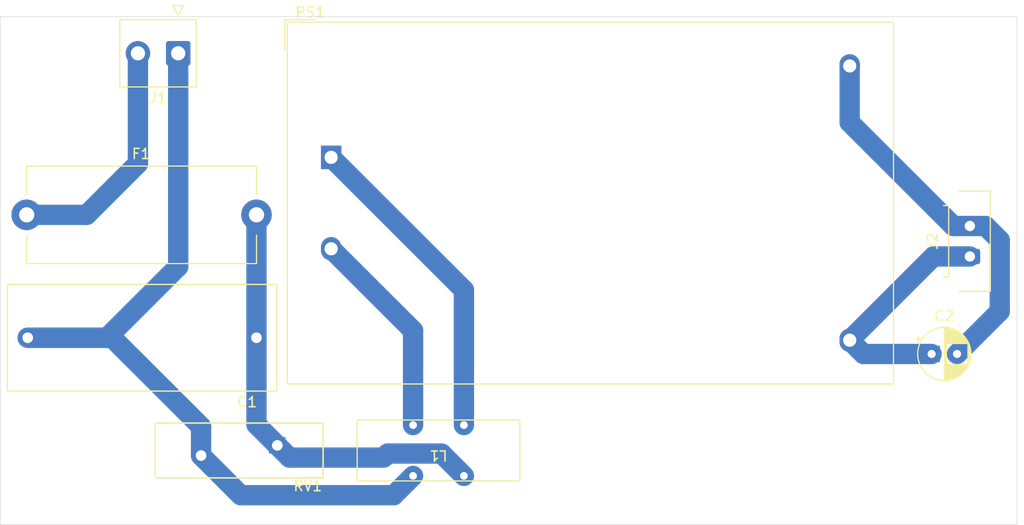
<source format=kicad_pcb>
(kicad_pcb (version 20240108) (generator "pcbnew") (generator_version "8.0")
  (layers (0 "F.Cu" signal) (31 "B.Cu" signal) (34 "B.Paste" user) (35 "F.Paste" user) (36 "B.SilkS" user "B.Silkscreen") (37 "F.SilkS" user "F.Silkscreen") (38 "B.Mask" user) (39 "F.Mask" user) (44 "Edge.Cuts" user))
  (net 0 "")
  (net 1 "Net-(C1-Pad1)")
  (net 2 "Net-(J1-Pin_1)")
  (net 3 "Net-(J1-Pin_2)")
  (net 4 "Net-(J2-Pin_2)")
  (net 5 "Net-(J2-Pin_1)")
  (net 6 "Net-(PS1-AC{slash}L)")
  (net 7 "Net-(PS1-AC{slash}N)")
  (footprint "Fuse:Fuseholder_Cylinder-5x20mm_Stelvio-Kontek_PTF78_Horizontal_Open" (layer "F.Cu") (at 92.05 72.5)
    (property "Reference" "F1" (at 11.25 -6 360) (layer "F.SilkS"))
    (property "Value" "2A/250V")
    (fp_line (start 0 -4.8) (end 22.6 -4.8) (stroke (width 0.12)) (layer "F.SilkS"))
    (fp_line (start 0 -2) (end 0 -4.8) (stroke (width 0.12)) (layer "F.SilkS"))
    (fp_line (start 0 4.8) (end 0 2) (stroke (width 0.12)) (layer "F.SilkS"))
    (fp_line (start 0 4.8) (end 22.6 4.8) (stroke (width 0.12)) (layer "F.SilkS"))
    (fp_line (start 22.6 -2) (end 22.6 -4.8) (stroke (width 0.12)) (layer "F.SilkS"))
    (fp_line (start 22.6 4.8) (end 22.6 2) (stroke (width 0.12)) (layer "F.SilkS"))
    (pad "1" thru_hole circle (at 0 0) (size 3 3) (drill 1.5) (layers "*.Cu" "*.Mask") (net 3 "Net-(J1-Pin_2)"))
    (pad "2" thru_hole circle (at 22.6 0) (size 3 3) (drill 1.5) (layers "*.Cu" "*.Mask") (net 1 "Net-(C1-Pad1)"))
  )
  (footprint "Connector_TE-Connectivity:TE_826576-2_1x02_P3.96mm_Vertical" (layer "F.Cu") (at 106.95 56.6 180)
    (property "Reference" "J1" (at 1.98 -4.4 360) (layer "F.SilkS"))
    (property "Value" "Input")
    (fp_line (start 5.74 3.31) (end 1.98 3.31) (stroke (width 0.12)) (layer "F.SilkS"))
    (fp_line (start 5.74 -3.31) (end 5.74 3.31) (stroke (width 0.12)) (layer "F.SilkS"))
    (fp_line (start 1.98 -3.31) (end 5.74 -3.31) (stroke (width 0.12)) (layer "F.SilkS"))
    (fp_line (start 1.98 -3.31) (end -1.78 -3.31) (stroke (width 0.12)) (layer "F.SilkS"))
    (fp_line (start 0.5 4.7) (end -0.5 4.7) (stroke (width 0.12)) (layer "F.SilkS"))
    (fp_line (start 0 3.7) (end 0.5 4.7) (stroke (width 0.12)) (layer "F.SilkS"))
    (fp_line (start -0.5 4.7) (end 0 3.7) (stroke (width 0.12)) (layer "F.SilkS"))
    (fp_line (start -1.78 3.31) (end 1.98 3.31) (stroke (width 0.12)) (layer "F.SilkS"))
    (fp_line (start -1.78 -3.31) (end -1.78 3.31) (stroke (width 0.12)) (layer "F.SilkS"))
    (pad "1" thru_hole roundrect (at 0 0 180) (size 2.4 2.4) (drill 1.4) (layers "*.Cu" "*.Mask") (roundrect_rratio 0.104167) (net 2 "Net-(J1-Pin_1)"))
    (pad "2" thru_hole circle (at 3.96 0 180) (size 2.4 2.4) (drill 1.4) (layers "*.Cu" "*.Mask") (net 3 "Net-(J1-Pin_2)"))
  )
  (footprint "PowerLibrary:IndRing" (layer "F.Cu") (at 132.55 95.7 180)
    (property "Reference" "L1" (at 0 -0.5 180) (layer "F.SilkS"))
    (property "Value" "10mH")
    (fp_rect (start -8 -3) (end 8 3) (stroke (width 0.12)) (fill none) (layer "F.SilkS"))
    (pad "1" thru_hole circle (at 2.5 -2.5 180) (size 1.524 1.524) (drill 0.762) (layers "*.Cu" "*.Mask") (net 2 "Net-(J1-Pin_1)"))
    (pad "2" thru_hole circle (at 2.5 2.5 180) (size 1.524 1.524) (drill 0.762) (layers "*.Cu" "*.Mask") (net 7 "Net-(PS1-AC{slash}N)"))
    (pad "3" thru_hole circle (at -2.5 -2.5 180) (size 1.524 1.524) (drill 0.762) (layers "*.Cu" "*.Mask") (net 1 "Net-(C1-Pad1)"))
    (pad "4" thru_hole circle (at -2.5 2.5 180) (size 1.524 1.524) (drill 0.762) (layers "*.Cu" "*.Mask") (net 6 "Net-(PS1-AC{slash}L)"))
  )
  (footprint "MountingHole:MountingHole_3.2mm_M3" (layer "F.Cu") (at 184.35 95.6)
    (property "Reference" "hole1" (hide yes))
    (property "Value" "MountingHole_3.2mm_M3" (hide yes))
    (pad "" np_thru_hole circle (at 0 0) (size 3.2 3.2) (drill 3.2) (layers "*.Cu" "*.Mask"))
  )
  (footprint "MountingHole:MountingHole_3.2mm_M3" (layer "F.Cu") (at 95.45 61.9)
    (property "Reference" "hole1" (hide yes))
    (property "Value" "MountingHole_3.2mm_M3" (hide yes))
    (pad "" np_thru_hole circle (at 0 0) (size 3.2 3.2) (drill 3.2) (layers "*.Cu" "*.Mask"))
  )
  (footprint "B32023B3104K000:CAPRR2250W80L2650T1050H1650" (layer "F.Cu") (at 103.4 84.6 180)
    (property "Reference" "C1" (at -10.325 -6.335 360) (layer "F.SilkS"))
    (property "Value" "0.22uF 275v")
    (fp_line (start 13.25 -5.25) (end 13.25 5.25) (stroke (width 0.127)) (layer "F.SilkS"))
    (fp_line (start -13.25 5.25) (end 13.25 5.25) (stroke (width 0.127)) (layer "F.SilkS"))
    (fp_line (start -13.25 -5.25) (end 13.25 -5.25) (stroke (width 0.127)) (layer "F.SilkS"))
    (fp_line (start -13.25 -5.25) (end -13.25 5.25) (stroke (width 0.127)) (layer "F.SilkS"))
    (pad "1" thru_hole circle (at -11.25 0 180) (size 1.4 1.4) (drill 1.05) (layers "*.Cu" "*.Mask") (net 1 "Net-(C1-Pad1)"))
    (pad "2" thru_hole circle (at 11.25 0 180) (size 1.4 1.4) (drill 1.05) (layers "*.Cu" "*.Mask") (net 2 "Net-(J1-Pin_1)"))
  )
  (footprint "Capacitor_THT:CP_Radial_D5.0mm_P2.50mm" (layer "F.Cu") (at 181.05 86.2)
    (property "Reference" "C2" (at 1.25 -3.75 0) (layer "F.SilkS"))
    (property "Value" "100uF /6.3V")
    (fp_line (start -1.554775 -1.475) (end -1.054775 -1.475) (stroke (width 0.12)) (layer "F.SilkS"))
    (fp_line (start -1.304775 -1.725) (end -1.304775 -1.225) (stroke (width 0.12)) (layer "F.SilkS"))
    (fp_line (start 1.25 -2.58) (end 1.25 2.58) (stroke (width 0.12)) (layer "F.SilkS"))
    (fp_line (start 1.29 -2.58) (end 1.29 2.58) (stroke (width 0.12)) (layer "F.SilkS"))
    (fp_line (start 1.33 -2.579) (end 1.33 2.579) (stroke (width 0.12)) (layer "F.SilkS"))
    (fp_line (start 1.37 -2.578) (end 1.37 2.578) (stroke (width 0.12)) (layer "F.SilkS"))
    (fp_line (start 1.41 -2.576) (end 1.41 2.576) (stroke (width 0.12)) (layer "F.SilkS"))
    (fp_line (start 1.45 -2.573) (end 1.45 2.573) (stroke (width 0.12)) (layer "F.SilkS"))
    (fp_line (start 1.49 -2.569) (end 1.49 -1.04) (stroke (width 0.12)) (layer "F.SilkS"))
    (fp_line (start 1.49 1.04) (end 1.49 2.569) (stroke (width 0.12)) (layer "F.SilkS"))
    (fp_line (start 1.53 -2.565) (end 1.53 -1.04) (stroke (width 0.12)) (layer "F.SilkS"))
    (fp_line (start 1.53 1.04) (end 1.53 2.565) (stroke (width 0.12)) (layer "F.SilkS"))
    (fp_line (start 1.57 -2.561) (end 1.57 -1.04) (stroke (width 0.12)) (layer "F.SilkS"))
    (fp_line (start 1.57 1.04) (end 1.57 2.561) (stroke (width 0.12)) (layer "F.SilkS"))
    (fp_line (start 1.61 -2.556) (end 1.61 -1.04) (stroke (width 0.12)) (layer "F.SilkS"))
    (fp_line (start 1.61 1.04) (end 1.61 2.556) (stroke (width 0.12)) (layer "F.SilkS"))
    (fp_line (start 1.65 -2.55) (end 1.65 -1.04) (stroke (width 0.12)) (layer "F.SilkS"))
    (fp_line (start 1.65 1.04) (end 1.65 2.55) (stroke (width 0.12)) (layer "F.SilkS"))
    (fp_line (start 1.69 -2.543) (end 1.69 -1.04) (stroke (width 0.12)) (layer "F.SilkS"))
    (fp_line (start 1.69 1.04) (end 1.69 2.543) (stroke (width 0.12)) (layer "F.SilkS"))
    (fp_line (start 1.73 -2.536) (end 1.73 -1.04) (stroke (width 0.12)) (layer "F.SilkS"))
    (fp_line (start 1.73 1.04) (end 1.73 2.536) (stroke (width 0.12)) (layer "F.SilkS"))
    (fp_line (start 1.77 -2.528) (end 1.77 -1.04) (stroke (width 0.12)) (layer "F.SilkS"))
    (fp_line (start 1.77 1.04) (end 1.77 2.528) (stroke (width 0.12)) (layer "F.SilkS"))
    (fp_line (start 1.81 -2.52) (end 1.81 -1.04) (stroke (width 0.12)) (layer "F.SilkS"))
    (fp_line (start 1.81 1.04) (end 1.81 2.52) (stroke (width 0.12)) (layer "F.SilkS"))
    (fp_line (start 1.85 -2.511) (end 1.85 -1.04) (stroke (width 0.12)) (layer "F.SilkS"))
    (fp_line (start 1.85 1.04) (end 1.85 2.511) (stroke (width 0.12)) (layer "F.SilkS"))
    (fp_line (start 1.89 -2.501) (end 1.89 -1.04) (stroke (width 0.12)) (layer "F.SilkS"))
    (fp_line (start 1.89 1.04) (end 1.89 2.501) (stroke (width 0.12)) (layer "F.SilkS"))
    (fp_line (start 1.93 -2.491) (end 1.93 -1.04) (stroke (width 0.12)) (layer "F.SilkS"))
    (fp_line (start 1.93 1.04) (end 1.93 2.491) (stroke (width 0.12)) (layer "F.SilkS"))
    (fp_line (start 1.971 -2.48) (end 1.971 -1.04) (stroke (width 0.12)) (layer "F.SilkS"))
    (fp_line (start 1.971 1.04) (end 1.971 2.48) (stroke (width 0.12)) (layer "F.SilkS"))
    (fp_line (start 2.011 -2.468) (end 2.011 -1.04) (stroke (width 0.12)) (layer "F.SilkS"))
    (fp_line (start 2.011 1.04) (end 2.011 2.468) (stroke (width 0.12)) (layer "F.SilkS"))
    (fp_line (start 2.051 -2.455) (end 2.051 -1.04) (stroke (width 0.12)) (layer "F.SilkS"))
    (fp_line (start 2.051 1.04) (end 2.051 2.455) (stroke (width 0.12)) (layer "F.SilkS"))
    (fp_line (start 2.091 -2.442) (end 2.091 -1.04) (stroke (width 0.12)) (layer "F.SilkS"))
    (fp_line (start 2.091 1.04) (end 2.091 2.442) (stroke (width 0.12)) (layer "F.SilkS"))
    (fp_line (start 2.131 -2.428) (end 2.131 -1.04) (stroke (width 0.12)) (layer "F.SilkS"))
    (fp_line (start 2.131 1.04) (end 2.131 2.428) (stroke (width 0.12)) (layer "F.SilkS"))
    (fp_line (start 2.171 -2.414) (end 2.171 -1.04) (stroke (width 0.12)) (layer "F.SilkS"))
    (fp_line (start 2.171 1.04) (end 2.171 2.414) (stroke (width 0.12)) (layer "F.SilkS"))
    (fp_line (start 2.211 -2.398) (end 2.211 -1.04) (stroke (width 0.12)) (layer "F.SilkS"))
    (fp_line (start 2.211 1.04) (end 2.211 2.398) (stroke (width 0.12)) (layer "F.SilkS"))
    (fp_line (start 2.251 -2.382) (end 2.251 -1.04) (stroke (width 0.12)) (layer "F.SilkS"))
    (fp_line (start 2.251 1.04) (end 2.251 2.382) (stroke (width 0.12)) (layer "F.SilkS"))
    (fp_line (start 2.291 -2.365) (end 2.291 -1.04) (stroke (width 0.12)) (layer "F.SilkS"))
    (fp_line (start 2.291 1.04) (end 2.291 2.365) (stroke (width 0.12)) (layer "F.SilkS"))
    (fp_line (start 2.331 -2.348) (end 2.331 -1.04) (stroke (width 0.12)) (layer "F.SilkS"))
    (fp_line (start 2.331 1.04) (end 2.331 2.348) (stroke (width 0.12)) (layer "F.SilkS"))
    (fp_line (start 2.371 -2.329) (end 2.371 -1.04) (stroke (width 0.12)) (layer "F.SilkS"))
    (fp_line (start 2.371 1.04) (end 2.371 2.329) (stroke (width 0.12)) (layer "F.SilkS"))
    (fp_line (start 2.411 -2.31) (end 2.411 -1.04) (stroke (width 0.12)) (layer "F.SilkS"))
    (fp_line (start 2.411 1.04) (end 2.411 2.31) (stroke (width 0.12)) (layer "F.SilkS"))
    (fp_line (start 2.451 -2.29) (end 2.451 -1.04) (stroke (width 0.12)) (layer "F.SilkS"))
    (fp_line (start 2.451 1.04) (end 2.451 2.29) (stroke (width 0.12)) (layer "F.SilkS"))
    (fp_line (start 2.491 -2.268) (end 2.491 -1.04) (stroke (width 0.12)) (layer "F.SilkS"))
    (fp_line (start 2.491 1.04) (end 2.491 2.268) (stroke (width 0.12)) (layer "F.SilkS"))
    (fp_line (start 2.531 -2.247) (end 2.531 -1.04) (stroke (width 0.12)) (layer "F.SilkS"))
    (fp_line (start 2.531 1.04) (end 2.531 2.247) (stroke (width 0.12)) (layer "F.SilkS"))
    (fp_line (start 2.571 -2.224) (end 2.571 -1.04) (stroke (width 0.12)) (layer "F.SilkS"))
    (fp_line (start 2.571 1.04) (end 2.571 2.224) (stroke (width 0.12)) (layer "F.SilkS"))
    (fp_line (start 2.611 -2.2) (end 2.611 -1.04) (stroke (width 0.12)) (layer "F.SilkS"))
    (fp_line (start 2.611 1.04) (end 2.611 2.2) (stroke (width 0.12)) (layer "F.SilkS"))
    (fp_line (start 2.651 -2.175) (end 2.651 -1.04) (stroke (width 0.12)) (layer "F.SilkS"))
    (fp_line (start 2.651 1.04) (end 2.651 2.175) (stroke (width 0.12)) (layer "F.SilkS"))
    (fp_line (start 2.691 -2.149) (end 2.691 -1.04) (stroke (width 0.12)) (layer "F.SilkS"))
    (fp_line (start 2.691 1.04) (end 2.691 2.149) (stroke (width 0.12)) (layer "F.SilkS"))
    (fp_line (start 2.731 -2.122) (end 2.731 -1.04) (stroke (width 0.12)) (layer "F.SilkS"))
    (fp_line (start 2.731 1.04) (end 2.731 2.122) (stroke (width 0.12)) (layer "F.SilkS"))
    (fp_line (start 2.771 -2.095) (end 2.771 -1.04) (stroke (width 0.12)) (layer "F.SilkS"))
    (fp_line (start 2.771 1.04) (end 2.771 2.095) (stroke (width 0.12)) (layer "F.SilkS"))
    (fp_line (start 2.811 -2.065) (end 2.811 -1.04) (stroke (width 0.12)) (layer "F.SilkS"))
    (fp_line (start 2.811 1.04) (end 2.811 2.065) (stroke (width 0.12)) (layer "F.SilkS"))
    (fp_line (start 2.851 -2.035) (end 2.851 -1.04) (stroke (width 0.12)) (layer "F.SilkS"))
    (fp_line (start 2.851 1.04) (end 2.851 2.035) (stroke (width 0.12)) (layer "F.SilkS"))
    (fp_line (start 2.891 -2.004) (end 2.891 -1.04) (stroke (width 0.12)) (layer "F.SilkS"))
    (fp_line (start 2.891 1.04) (end 2.891 2.004) (stroke (width 0.12)) (layer "F.SilkS"))
    (fp_line (start 2.931 -1.971) (end 2.931 -1.04) (stroke (width 0.12)) (layer "F.SilkS"))
    (fp_line (start 2.931 1.04) (end 2.931 1.971) (stroke (width 0.12)) (layer "F.SilkS"))
    (fp_line (start 2.971 -1.937) (end 2.971 -1.04) (stroke (width 0.12)) (layer "F.SilkS"))
    (fp_line (start 2.971 1.04) (end 2.971 1.937) (stroke (width 0.12)) (layer "F.SilkS"))
    (fp_line (start 3.011 -1.901) (end 3.011 -1.04) (stroke (width 0.12)) (layer "F.SilkS"))
    (fp_line (start 3.011 1.04) (end 3.011 1.901) (stroke (width 0.12)) (layer "F.SilkS"))
    (fp_line (start 3.051 -1.864) (end 3.051 -1.04) (stroke (width 0.12)) (layer "F.SilkS"))
    (fp_line (start 3.051 1.04) (end 3.051 1.864) (stroke (width 0.12)) (layer "F.SilkS"))
    (fp_line (start 3.091 -1.826) (end 3.091 -1.04) (stroke (width 0.12)) (layer "F.SilkS"))
    (fp_line (start 3.091 1.04) (end 3.091 1.826) (stroke (width 0.12)) (layer "F.SilkS"))
    (fp_line (start 3.131 -1.785) (end 3.131 -1.04) (stroke (width 0.12)) (layer "F.SilkS"))
    (fp_line (start 3.131 1.04) (end 3.131 1.785) (stroke (width 0.12)) (layer "F.SilkS"))
    (fp_line (start 3.171 -1.743) (end 3.171 -1.04) (stroke (width 0.12)) (layer "F.SilkS"))
    (fp_line (start 3.171 1.04) (end 3.171 1.743) (stroke (width 0.12)) (layer "F.SilkS"))
    (fp_line (start 3.211 -1.699) (end 3.211 -1.04) (stroke (width 0.12)) (layer "F.SilkS"))
    (fp_line (start 3.211 1.04) (end 3.211 1.699) (stroke (width 0.12)) (layer "F.SilkS"))
    (fp_line (start 3.251 -1.653) (end 3.251 -1.04) (stroke (width 0.12)) (layer "F.SilkS"))
    (fp_line (start 3.251 1.04) (end 3.251 1.653) (stroke (width 0.12)) (layer "F.SilkS"))
    (fp_line (start 3.291 -1.605) (end 3.291 -1.04) (stroke (width 0.12)) (layer "F.SilkS"))
    (fp_line (start 3.291 1.04) (end 3.291 1.605) (stroke (width 0.12)) (layer "F.SilkS"))
    (fp_line (start 3.331 -1.554) (end 3.331 -1.04) (stroke (width 0.12)) (layer "F.SilkS"))
    (fp_line (start 3.331 1.04) (end 3.331 1.554) (stroke (width 0.12)) (layer "F.SilkS"))
    (fp_line (start 3.371 -1.5) (end 3.371 -1.04) (stroke (width 0.12)) (layer "F.SilkS"))
    (fp_line (start 3.371 1.04) (end 3.371 1.5) (stroke (width 0.12)) (layer "F.SilkS"))
    (fp_line (start 3.411 -1.443) (end 3.411 -1.04) (stroke (width 0.12)) (layer "F.SilkS"))
    (fp_line (start 3.411 1.04) (end 3.411 1.443) (stroke (width 0.12)) (layer "F.SilkS"))
    (fp_line (start 3.451 -1.383) (end 3.451 -1.04) (stroke (width 0.12)) (layer "F.SilkS"))
    (fp_line (start 3.451 1.04) (end 3.451 1.383) (stroke (width 0.12)) (layer "F.SilkS"))
    (fp_line (start 3.491 -1.319) (end 3.491 -1.04) (stroke (width 0.12)) (layer "F.SilkS"))
    (fp_line (start 3.491 1.04) (end 3.491 1.319) (stroke (width 0.12)) (layer "F.SilkS"))
    (fp_line (start 3.531 -1.251) (end 3.531 -1.04) (stroke (width 0.12)) (layer "F.SilkS"))
    (fp_line (start 3.531 1.04) (end 3.531 1.251) (stroke (width 0.12)) (layer "F.SilkS"))
    (fp_line (start 3.571 -1.178) (end 3.571 1.178) (stroke (width 0.12)) (layer "F.SilkS"))
    (fp_line (start 3.611 -1.098) (end 3.611 1.098) (stroke (width 0.12)) (layer "F.SilkS"))
    (fp_line (start 3.651 -1.011) (end 3.651 1.011) (stroke (width 0.12)) (layer "F.SilkS"))
    (fp_line (start 3.691 -0.915) (end 3.691 0.915) (stroke (width 0.12)) (layer "F.SilkS"))
    (fp_line (start 3.731 -0.805) (end 3.731 0.805) (stroke (width 0.12)) (layer "F.SilkS"))
    (fp_line (start 3.771 -0.677) (end 3.771 0.677) (stroke (width 0.12)) (layer "F.SilkS"))
    (fp_line (start 3.811 -0.518) (end 3.811 0.518) (stroke (width 0.12)) (layer "F.SilkS"))
    (fp_line (start 3.851 -0.284) (end 3.851 0.284) (stroke (width 0.12)) (layer "F.SilkS"))
    (fp_circle (center 1.25 0) (end 3.87 0) (stroke (width 0.12)) (fill none) (layer "F.SilkS"))
    (pad "1" thru_hole rect (at 0 0) (size 1.6 1.6) (drill 0.8) (layers "*.Cu" "*.Mask") (net 5 "Net-(J2-Pin_1)"))
    (pad "2" thru_hole circle (at 2.5 0) (size 1.6 1.6) (drill 0.8) (layers "*.Cu" "*.Mask") (net 4 "Net-(J2-Pin_2)"))
  )
  (footprint "eec:Bourns_Inc.-MOV-14D471K-MFG" (layer "F.Cu") (at 112.95 95.7 180)
    (property "Reference" "RV1" (at -8.25 -3.5 360) (layer "F.SilkS") (effects (justify right)))
    (property "Value" "10D561K")
    (fp_line (start 8.25 2.7) (end 8.25 -2.7) (stroke (width 0.15)) (layer "F.SilkS"))
    (fp_line (start -8.25 2.7) (end 8.25 2.7) (stroke (width 0.15)) (layer "F.SilkS"))
    (fp_line (start -8.25 2.7) (end -8.25 -2.7) (stroke (width 0.15)) (layer "F.SilkS"))
    (fp_line (start -8.25 -2.7) (end 8.25 -2.7) (stroke (width 0.15)) (layer "F.SilkS"))
    (pad "1" thru_hole rect (at -3.75 0.5 180) (size 1.6 1.6) (drill 1.05) (layers "*.Cu") (net 1 "Net-(C1-Pad1)"))
    (pad "2" thru_hole circle (at 3.75 -0.5 180) (size 1.6 1.6) (drill 1.05) (layers "*.Cu") (net 2 "Net-(J1-Pin_1)"))
  )
  (footprint "MountingHole:MountingHole_3.2mm_M3" (layer "F.Cu") (at 184.35 61.9)
    (property "Reference" "hole1" (hide yes))
    (property "Value" "MountingHole_3.2mm_M3" (hide yes))
    (pad "" np_thru_hole circle (at 0 0) (size 3.2 3.2) (drill 3.2) (layers "*.Cu" "*.Mask"))
  )
  (footprint "Connector_Molex:Molex_Micro-Fit_3.0_43650-0215_1x02_P3.00mm_Vertical" (layer "F.Cu") (at 184.81 76.6 90)
    (property "Reference" "J2" (at 1.5 -3.67 90) (layer "F.SilkS"))
    (property "Value" "Input")
    (fp_line (start 5.015 -2.58) (end 4.995 -2.58) (stroke (width 0.12)) (layer "F.SilkS"))
    (fp_line (start -1.995 -2.58) (end -2.015 -2.58) (stroke (width 0.12)) (layer "F.SilkS"))
    (fp_line (start -2.015 -2.58) (end -2.015 -2.08) (stroke (width 0.12)) (layer "F.SilkS"))
    (fp_line (start 5.015 -2.08) (end 5.015 -2.58) (stroke (width 0.12)) (layer "F.SilkS"))
    (fp_line (start -2.015 -2.08) (end 5.015 -2.08) (stroke (width 0.12)) (layer "F.SilkS"))
    (fp_line (start -3.435 -1.065) (end -3.435 2.01) (stroke (width 0.12)) (layer "F.SilkS"))
    (fp_line (start 6.435 2.01) (end 6.435 -1.065) (stroke (width 0.12)) (layer "F.SilkS"))
    (fp_line (start -3.435 2.01) (end 6.435 2.01) (stroke (width 0.12)) (layer "F.SilkS"))
    (pad "" np_thru_hole circle (at -3 -1.96 90) (size 1.27 1.27) (drill 1.27) (layers "*.Cu" "*.Mask"))
    (pad "" np_thru_hole circle (at 6 -1.96 90) (size 1.27 1.27) (drill 1.27) (layers "*.Cu" "*.Mask"))
    (pad "1" thru_hole roundrect (at 0 0 90) (size 1.5 2.02) (drill 1.02) (layers "*.Cu" "*.Mask") (roundrect_rratio 0.166667) (net 5 "Net-(J2-Pin_1)"))
    (pad "2" thru_hole oval (at 3 0 90) (size 1.5 2.02) (drill 1.02) (layers "*.Cu" "*.Mask") (net 4 "Net-(J2-Pin_2)"))
  )
  (footprint "Converter_ACDC:Converter_ACDC_Hi-Link_HLK-20Mxx" (layer "F.Cu") (at 121.9925 66.8425)
    (property "Reference" "PS1" (at -2.05 -14.29 0) (layer "F.SilkS"))
    (property "Value" "HLK-20M05")
    (fp_line (start -4.55 -13.55) (end -1.55 -13.55) (stroke (width 0.12)) (layer "F.SilkS"))
    (fp_line (start -4.55 -10.55) (end -4.55 -13.55) (stroke (width 0.12)) (layer "F.SilkS"))
    (fp_line (start -4.31 -13.31) (end -4.31 22.31) (stroke (width 0.12)) (layer "F.SilkS"))
    (fp_line (start -4.31 -13.31) (end 55.31 -13.31) (stroke (width 0.12)) (layer "F.SilkS"))
    (fp_line (start -4.31 22.31) (end 55.31 22.31) (stroke (width 0.12)) (layer "F.SilkS"))
    (fp_line (start 55.31 -13.31) (end 55.31 22.31) (stroke (width 0.12)) (layer "F.SilkS"))
    (pad "1" thru_hole rect (at 0 0) (size 2 2.3) (drill 1.3) (layers "*.Cu" "*.Mask") (net 6 "Net-(PS1-AC{slash}L)"))
    (pad "2" thru_hole oval (at 0 9) (size 2 2.3) (drill 1.3) (layers "*.Cu" "*.Mask") (net 7 "Net-(PS1-AC{slash}N)"))
    (pad "3" thru_hole oval (at 51 -9) (size 2 2.3) (drill 1.3) (layers "*.Cu" "*.Mask") (net 4 "Net-(J2-Pin_2)"))
    (pad "4" thru_hole oval (at 51 18) (size 2 2.3) (drill 1.3) (layers "*.Cu" "*.Mask") (net 5 "Net-(J2-Pin_1)"))
  )
  (footprint "MountingHole:MountingHole_3.2mm_M3" (layer "F.Cu") (at 95.45 95.6)
    (property "Reference" "hole1" (hide yes))
    (property "Value" "MountingHole_3.2mm_M3" (hide yes))
    (pad "" np_thru_hole circle (at 0 0) (size 3.2 3.2) (drill 3.2) (layers "*.Cu" "*.Mask"))
  )
  (gr_rect (start 89.45 53) (end 189.45 103) (stroke (width 0.05)) (fill none) (layer "Edge.Cuts"))
  (segment (start 114.65 72.5) (end 114.65 84.6) (width 2) (layer "B.Cu") (net 1))
  (segment (start 117.9 96.4) (end 116.7 95.2) (width 2) (layer "B.Cu") (net 1))
  (segment (start 135.05 98.2) (end 132.85 96) (width 2) (layer "B.Cu") (net 1))
  (segment (start 127.15 96.4) (end 117.9 96.4) (width 2) (layer "B.Cu") (net 1))
  (segment (start 114.65 93.15) (end 114.65 84.6) (width 2) (layer "B.Cu") (net 1))
  (segment (start 127.55 96) (end 127.15 96.4) (width 2) (layer "B.Cu") (net 1))
  (segment (start 116.7 95.2) (end 114.65 93.15) (width 2) (layer "B.Cu") (net 1))
  (segment (start 132.85 96) (end 127.55 96) (width 2) (layer "B.Cu") (net 1))
  (segment (start 109.2 96.2) (end 109.2 93.35) (width 2) (layer "B.Cu") (net 2))
  (segment (start 128.15 100.1) (end 130.05 98.2) (width 2) (layer "B.Cu") (net 2))
  (segment (start 92.15 84.6) (end 99.95 84.6) (width 2) (layer "B.Cu") (net 2))
  (segment (start 109.2 93.35) (end 100.45 84.6) (width 2) (layer "B.Cu") (net 2))
  (segment (start 113.1 100.1) (end 128.15 100.1) (width 2) (layer "B.Cu") (net 2))
  (segment (start 100.45 84.6) (end 92.15 84.6) (width 2) (layer "B.Cu") (net 2))
  (segment (start 109.2 96.2) (end 113.1 100.1) (width 2) (layer "B.Cu") (net 2))
  (segment (start 106.95 77.6) (end 106.95 56.6) (width 2) (layer "B.Cu") (net 2))
  (segment (start 99.95 84.6) (end 106.95 77.6) (width 2) (layer "B.Cu") (net 2))
  (segment (start 92.05 72.5) (end 97.95 72.5) (width 2) (layer "B.Cu") (net 3))
  (segment (start 97.95 72.5) (end 102.99 67.46) (width 2) (layer "B.Cu") (net 3))
  (segment (start 102.99 67.46) (end 102.99 56.6) (width 2) (layer "B.Cu") (net 3))
  (segment (start 172.9925 63.408293) (end 183.184207 73.6) (width 2) (layer "B.Cu") (net 4))
  (segment (start 187.75 75) (end 186.35 73.6) (width 2) (layer "B.Cu") (net 4))
  (segment (start 183.55 86.2) (end 187.75 82) (width 2) (layer "B.Cu") (net 4))
  (segment (start 187.75 82) (end 187.75 75) (width 2) (layer "B.Cu") (net 4))
  (segment (start 186.35 73.6) (end 184.81 73.6) (width 2) (layer "B.Cu") (net 4))
  (segment (start 172.9925 57.8425) (end 172.9925 63.408293) (width 2) (layer "B.Cu") (net 4))
  (segment (start 183.184207 73.6) (end 184.81 73.6) (width 2) (layer "B.Cu") (net 4))
  (segment (start 172.9925 84.8425) (end 181.235 76.6) (width 2) (layer "B.Cu") (net 5))
  (segment (start 181.05 86.2) (end 174.35 86.2) (width 2) (layer "B.Cu") (net 5))
  (segment (start 174.35 86.2) (end 172.9925 84.8425) (width 2) (layer "B.Cu") (net 5))
  (segment (start 181.235 76.6) (end 184.81 76.6) (width 2) (layer "B.Cu") (net 5))
  (segment (start 135.05 93.2) (end 135.05 79.9) (width 2) (layer "B.Cu") (net 6))
  (segment (start 135.05 79.9) (end 121.9925 66.8425) (width 2) (layer "B.Cu") (net 6))
  (segment (start 130.05 83.9) (end 121.9925 75.8425) (width 2) (layer "B.Cu") (net 7))
  (segment (start 130.05 93.2) (end 130.05 83.9) (width 2) (layer "B.Cu") (net 7))
)
</source>
